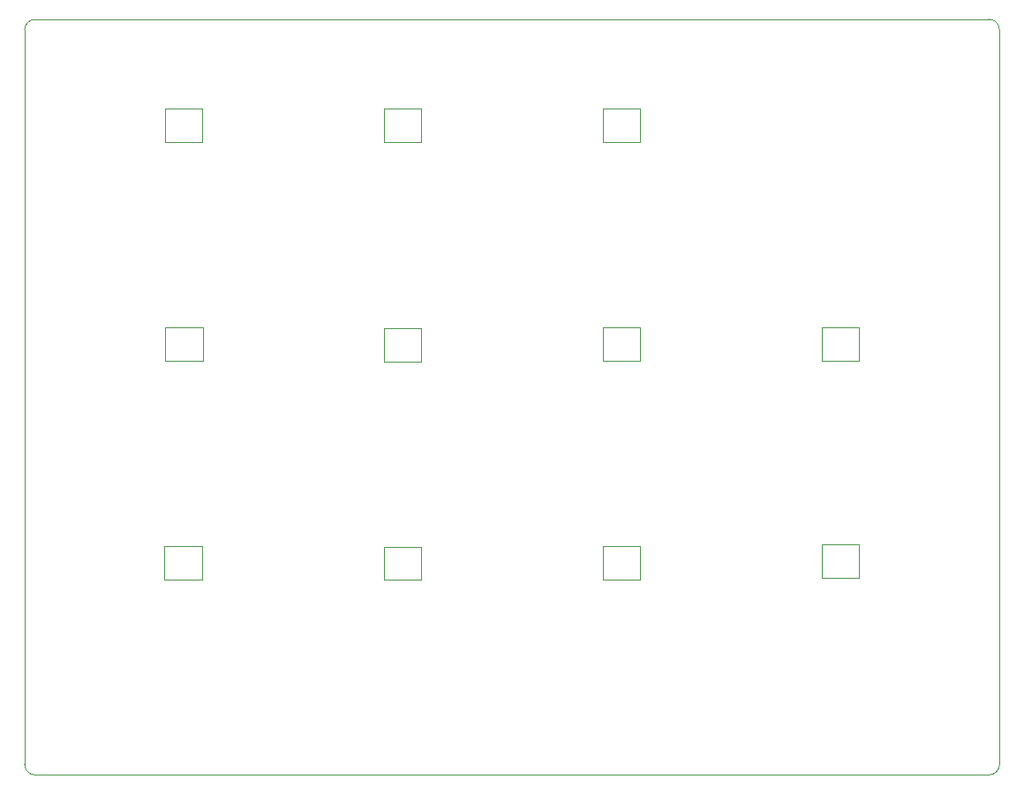
<source format=gm1>
G04 #@! TF.GenerationSoftware,KiCad,Pcbnew,7.0.6*
G04 #@! TF.CreationDate,2023-10-20T19:04:06+03:00*
G04 #@! TF.ProjectId,000018 PGKB,30303030-3138-4205-9047-4b422e6b6963,1.0*
G04 #@! TF.SameCoordinates,Original*
G04 #@! TF.FileFunction,Profile,NP*
%FSLAX46Y46*%
G04 Gerber Fmt 4.6, Leading zero omitted, Abs format (unit mm)*
G04 Created by KiCad (PCBNEW 7.0.6) date 2023-10-20 19:04:06*
%MOMM*%
%LPD*%
G01*
G04 APERTURE LIST*
G04 #@! TA.AperFunction,Profile*
%ADD10C,0.050000*%
G04 #@! TD*
G04 #@! TA.AperFunction,Profile*
%ADD11C,0.120000*%
G04 #@! TD*
G04 APERTURE END LIST*
D10*
X43650000Y-175750000D02*
X135150000Y-175750000D01*
X136150000Y-104250000D02*
G75*
G03*
X135150000Y-103250000I-1000000J0D01*
G01*
X135150000Y-103250000D02*
X43650000Y-103250000D01*
X42650000Y-104250000D02*
X42650000Y-174750000D01*
X136150000Y-174750000D02*
X136150000Y-104250000D01*
X43650000Y-103250000D02*
G75*
G03*
X42650000Y-104250000I0J-1000000D01*
G01*
X42650000Y-174750000D02*
G75*
G03*
X43650000Y-175750000I1000000J0D01*
G01*
X135150000Y-175750000D02*
G75*
G03*
X136150000Y-174750000I0J1000000D01*
G01*
D11*
G04 #@! TO.C,D7*
X98100000Y-136042500D02*
X101700000Y-136042500D01*
X101700000Y-136042500D02*
X101700000Y-132842500D01*
X101700000Y-132842500D02*
X98100000Y-132842500D01*
X98100000Y-132842500D02*
X98100000Y-136042500D01*
G04 #@! TO.C,D1*
X56073849Y-157014764D02*
X59673849Y-157014764D01*
X59673849Y-157014764D02*
X59673849Y-153814764D01*
X59673849Y-153814764D02*
X56073849Y-153814764D01*
X56073849Y-153814764D02*
X56073849Y-157014764D01*
G04 #@! TO.C,D3*
X98090556Y-157037768D02*
X101690556Y-157037768D01*
X101690556Y-157037768D02*
X101690556Y-153837768D01*
X101690556Y-153837768D02*
X98090556Y-153837768D01*
X98090556Y-153837768D02*
X98090556Y-157037768D01*
G04 #@! TO.C,D10*
X77100000Y-115042500D02*
X80700000Y-115042500D01*
X80700000Y-115042500D02*
X80700000Y-111842500D01*
X80700000Y-111842500D02*
X77100000Y-111842500D01*
X77100000Y-111842500D02*
X77100000Y-115042500D01*
G04 #@! TO.C,D9*
X56100000Y-115000000D02*
X59700000Y-115000000D01*
X59700000Y-115000000D02*
X59700000Y-111800000D01*
X59700000Y-111800000D02*
X56100000Y-111800000D01*
X56100000Y-111800000D02*
X56100000Y-115000000D01*
G04 #@! TO.C,D4*
X119100000Y-156857500D02*
X122700000Y-156857500D01*
X122700000Y-156857500D02*
X122700000Y-153657500D01*
X122700000Y-153657500D02*
X119100000Y-153657500D01*
X119100000Y-153657500D02*
X119100000Y-156857500D01*
G04 #@! TO.C,D8*
X119100000Y-136042500D02*
X122700000Y-136042500D01*
X122700000Y-136042500D02*
X122700000Y-132842500D01*
X122700000Y-132842500D02*
X119100000Y-132842500D01*
X119100000Y-132842500D02*
X119100000Y-136042500D01*
G04 #@! TO.C,D2*
X77100000Y-157042500D02*
X80700000Y-157042500D01*
X80700000Y-157042500D02*
X80700000Y-153842500D01*
X80700000Y-153842500D02*
X77100000Y-153842500D01*
X77100000Y-153842500D02*
X77100000Y-157042500D01*
G04 #@! TO.C,D5*
X56142132Y-136000000D02*
X59742132Y-136000000D01*
X59742132Y-136000000D02*
X59742132Y-132800000D01*
X59742132Y-132800000D02*
X56142132Y-132800000D01*
X56142132Y-132800000D02*
X56142132Y-136000000D01*
G04 #@! TO.C,D14*
X98100000Y-115000000D02*
X101700000Y-115000000D01*
X101700000Y-115000000D02*
X101700000Y-111800000D01*
X101700000Y-111800000D02*
X98100000Y-111800000D01*
X98100000Y-111800000D02*
X98100000Y-115000000D01*
G04 #@! TO.C,D6*
X77100000Y-136061380D02*
X80700000Y-136061380D01*
X80700000Y-136061380D02*
X80700000Y-132861380D01*
X80700000Y-132861380D02*
X77100000Y-132861380D01*
X77100000Y-132861380D02*
X77100000Y-136061380D01*
G04 #@! TD*
M02*

</source>
